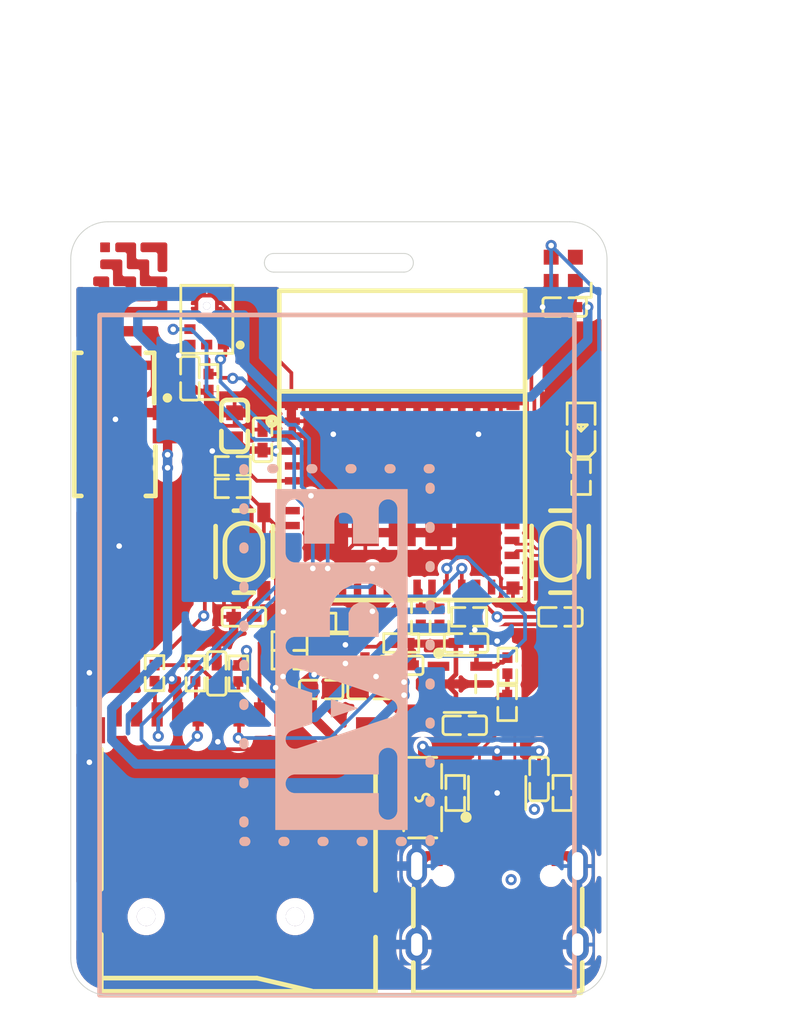
<source format=kicad_pcb>
(kicad_pcb (version 20241229) (generator "pcbnew") (generator_version "9.0")
  (layers (0 "F.Cu" signal) (2 "B.Cu" signal) (13 "F.Paste" user) (15 "B.Paste" user) (5 "F.SilkS" user "F.Silkscreen") (7 "B.SilkS" user "B.Silkscreen") (1 "F.Mask" user) (3 "B.Mask" user) (25 "Edge.Cuts" user))
  (net 0 "")
  (net 1 "mcu.esp32_c3.package.footprint.pins[26].net-net")
  (net 2 "mcu.esp32_c3.package.footprint.pins[21].net-net")
  (net 3 "mcu.esp32_c3.package.footprint.pins[6].net-net")
  (net 4 "-line-5")
  (net 5 "mcu.esp32_c3.package.footprint.pins[52].net-net")
  (net 6 "LR")
  (net 7 "mic.package.footprint.pins[0].net-net")
  (net 8 "-line-3")
  (net 9 "line-3")
  (net 10 "line-1")
  (net 11 "line-2")
  (net 12 "mcu.esp32_c3.package.footprint.pins[27].net-net")
  (net 13 "mcu.esp32_c3.package.footprint.pins[20].net-net")
  (net 14 "mcu.esp32_c3.package.footprint.pins[8].net-net")
  (net 15 "mcu.esp32_c3.package.footprint.pins[16].net-net")
  (net 16 "line-0")
  (net 17 "-line-2")
  (net 18 "mcu.esp32_c3.package.footprint.pins[25].net-net")
  (net 19 "mcu.esp32_c3.package.footprint.pins[50].net-net")
  (net 20 "-line-4")
  (net 21 "hv-0")
  (net 22 "mcu.esp32_c3.package.footprint.pins[33].net-net")
  (net 23 "output-1")
  (net 24 "mcu.esp32_c3.package.footprint.pins[1].net-net")
  (net 25 "mcu.esp32_c3.package.footprint.pins[17].net-net")
  (net 26 "-line-1")
  (net 27 "ADJ_NC")
  (net 28 "mcu.esp32_c3.package.footprint.pins[28].net-net")
  (net 29 "ILIM_VSET")
  (net 30 "DAT1")
  (net 31 "gnd")
  (net 32 "microsd.receptacle.receptacle.package.footprint.pins[0].net-net")
  (net 33 "hv-1")
  (net 34 "sd_clk")
  (net 35 "nCE")
  (net 36 "sd_miso")
  (net 37 "DAT2")
  (net 38 "GND")
  (net 39 "-hv-0")
  (net 40 "ISET")
  (net 41 "CD")
  (net 42 "STAT1")
  (net 43 "SYS")
  (net 44 "STAT2")
  (net 45 "-hv-1")
  (net 46 "output-0")
  (net 47 "sd_chip_select_1")
  (net 48 "line-5")
  (net 49 "line-4")
  (net 50 "anode")
  (net 51 "mcu-line")
  (net 52 "cathode")
  (net 53 "sd_mosi")
  (net 54 "DOUT")
  (net 55 "-line-0")
  (net 56 "TS_MR")
  (footprint "Samsung_Electro_Mechanics_CL05B104KO5NNNC:C0402" (layer "F.Cu") (at 141.927999 79.576771 180)
    (property "Reference" "C13" (hide yes))
    (property "Value" "100nF ±10% 16V X7R")
  )
  (footprint "SHOU_HAN_TYPE_C_16PIN_2MD_073:USB-C-SMD_TYPE-C-6PIN-2MD-073" (layer "F.Cu") (at 138.3 111.4)
    (property "Reference" "USB1" (hide yes))
    (property "Value" "")
  )
  (footprint "UNI_ROYAL_0402WGF1002TCE:R0402" (layer "F.Cu") (at 122.095315 99.234526 90)
    (property "Reference" "R16" (hide yes))
    (property "Value" "10kΩ ±1% 62.5mW")
  )
  (footprint "UNI_ROYAL_0402WGF1002TCE:R0402" (layer "F.Cu") (at 135.2 96.2 90)
    (property "Reference" "R2" (hide yes))
    (property "Value" "10kΩ ±1% 62.5mW")
  )
  (footprint "Samsung_Electro_Mechanics_CL05A105KA5NQNC:C0402" (layer "F.Cu") (at 136.636948 97.600075 180)
    (property "Reference" "C2" (hide yes))
    (property "Value" "1µF ±10% 25V X5R")
  )
  (footprint "Espressif_Systems_ESP32_C3_MINI_1_N4:WIFIM-SMD_ESP32-C3-MINI-1" (layer "F.Cu") (at 133.2 89.7)
    (property "Reference" "U2" (hide yes))
    (property "Value" "" (hide yes))
  )
  (footprint "Samsung_Electro_Mechanics_CL05A105KA5NQNC:C0402" (layer "F.Cu") (at 136.559698 102.016177)
    (property "Reference" "C1" (hide yes))
    (property "Value" "1µF ±10% 25V X5R")
  )
  (footprint "UNI_ROYAL_0402WGF1002TCE:R0402" (layer "F.Cu") (at 138.83855 100.823894 -90)
    (property "Reference" "R3" (hide yes))
    (property "Value" "10kΩ ±1% 62.5mW")
  )
  (footprint "UNI_ROYAL_0402WGF1002TCE:R0402" (layer "F.Cu") (at 119.9 99.21879 90)
    (property "Reference" "R14" (hide yes))
    (property "Value" "10kΩ ±1% 62.5mW")
  )
  (footprint "YAGEO_RC0402FR_0718KL:R0402" (layer "F.Cu") (at 127.15 97.5 180)
    (property "Reference" "R13" (hide yes))
    (property "Value" "18kΩ ±1% 62.5mW")
  )
  (footprint "Samsung_Electro_Mechanics_CL05A105KA5NQNC:C0402" (layer "F.Cu") (at 128.85 100.1)
    (property "Reference" "C11" (hide yes))
    (property "Value" "1µF ±10% 25V X5R")
  )
  (footprint "ALPSALPINE_SKRPACE010:KEY-SMD_4P-L4.2-W3.2-P2.20-LS4.6" (layer "F.Cu") (at 141.7 92.7 -90)
    (property "Reference" "SW1" (hide yes))
    (property "Value" "")
  )
  (footprint "Samsung_Electro_Mechanics_CL05B104KO5NNNC:C0402" (layer "F.Cu") (at 140.55 104.9 -90)
    (property "Reference" "C8" (hide yes))
    (property "Value" "100nF ±10% 16V X7R")
  )
  (footprint "Murata_Electronics_GRM155R60J106ME44D:C0402" (layer "F.Cu") (at 131.45 100.1 180)
    (property "Reference" "C10" (hide yes))
    (property "Value" "10µF ±20% 6.3V X5R")
  )
  (footprint "UNI_ROYAL_0402WGF1002TCE:R0402" (layer "F.Cu") (at 127.15 98.5 180)
    (property "Reference" "R11" (hide yes))
    (property "Value" "10kΩ ±1% 62.5mW")
  )
  (footprint "UNI_ROYAL_0402WGF1602TCE:R0402" (layer "F.Cu") (at 138.851172 98.817116 -90)
    (property "Reference" "R4" (hide yes))
    (property "Value" "16kΩ ±1% 62.5mW")
  )
  (footprint "UNI_ROYAL_0402WGF5101TCE:R0402" (layer "F.Cu") (at 141.8 105.65 90)
    (property "Reference" "R10" (hide yes))
    (property "Value" "5.1kΩ ±1% 62.5mW")
  )
  (footprint "ALPSALPINE_SKRPACE010:KEY-SMD_4P-L4.2-W3.2-P2.20-LS4.6" (layer "F.Cu") (at 124.7 92.7 90)
    (property "Reference" "SW2" (hide yes))
    (property "Value" "")
  )
  (footprint "UNI_ROYAL_0402WGF1002TCE:R0402" (layer "F.Cu") (at 134.2 96.2 90)
    (property "Reference" "R1" (hide yes))
    (property "Value" "10kΩ ±1% 62.5mW")
  )
  (footprint "Samsung_Electro_Mechanics_CL05A105KA5NQNC:C0402" (layer "F.Cu") (at 133.15 98.8)
    (property "Reference" "C9" (hide yes))
    (property "Value" "1µF ±10% 25V X5R")
  )
  (footprint "Samsung_Electro_Mechanics_CL05B104KO5NNNC:C0402" (layer "F.Cu") (at 141.7 96.2 180)
    (property "Reference" "C3" (hide yes))
    (property "Value" "100nF ±10% 16V X7R")
  )
  (footprint "UNI_ROYAL_0402WGF1002TCE:R0402" (layer "F.Cu") (at 136.8 96.2)
    (property "Reference" "R6" (hide yes))
    (property "Value" "10kΩ ±1% 62.5mW")
  )
  (footprint "Hubei_KENTO_Elec_KT_0603R:LED0603-RD" (layer "F.Cu") (at 142.808914 86.111203 90)
    (property "Reference" "LED3" (hide yes))
    (property "Value" "")
  )
  (footprint "UNI_ROYAL_0402WGF1002TCE:R0402" (layer "F.Cu") (at 124.1 89.3)
    (property "Reference" "R7" (hide yes))
    (property "Value" "10kΩ ±1% 62.5mW")
  )
  (footprint "UNI_ROYAL_0402WGF1002TCE:R0402" (layer "F.Cu") (at 128.7 96.5)
    (property "Reference" "R17" (hide yes))
    (property "Value" "10kΩ ±1% 62.5mW")
  )
  (footprint "TDK_InvenSense_ICS_43434:MIC-SMD_6P-L3.5-W2.7-P0.90-BL" (layer "F.Cu") (at 122.7 80.3 90)
    (property "Reference" "U3" (hide yes))
    (property "Value" "")
  )
  (footprint "Samsung_Electro_Mechanics_CL05B104KO5NNNC:C0402" (layer "F.Cu") (at 121.8 83.4 -90)
    (property "Reference" "C7" (hide yes))
    (property "Value" "100nF ±10% 16V X7R")
  )
  (footprint "OPSCO_Optoelectronics_SK6805_EC20:LED-SMD_4P-L2.0-W2.0-BR" (layer "F.Cu") (at 141.85 77.55)
    (property "Reference" "LED1" (hide yes))
    (property "Value" "")
  )
  (footprint "UNI_ROYAL_0402WGF5101TCE:R0402" (layer "F.Cu") (at 136.05 105.65 90)
    (property "Reference" "R9" (hide yes))
    (property "Value" "5.1kΩ ±1% 62.5mW")
  )
  (footprint "UNI_ROYAL_0402WGF1002TCE:R0402" (layer "F.Cu") (at 142.808914 88.691203 -90)
    (property "Reference" "R19" (hide yes))
    (property "Value" "10kΩ ±1% 62.5mW")
  )
  (footprint "Samsung_Electro_Mechanics_CL10A226MQ8NRNC:C0603" (layer "F.Cu") (at 124.2 85.95 90)
    (property "Reference" "C5" (hide yes))
    (property "Value" "22µF ±20% 6.3V X5R")
  )
  (footprint "UNI_ROYAL_0402WGF1002TCE:R0402" (layer "F.Cu") (at 124.1 88.1 180)
    (property "Reference" "R5" (hide yes))
    (property "Value" "10kΩ ±1% 62.5mW")
  )
  (footprint "BHFUSE_BSMD0805_050_15V:F0805" (layer "F.Cu") (at 134.3 105.9 90)
    (property "Reference" "F1" (hide yes))
    (property "Value" "")
  )
  (footprint "UNI_ROYAL_0402WGF1002TCE:R0402" (layer "F.Cu") (at 124.4 99.234526 90)
    (property "Reference" "R15" (hide yes))
    (property "Value" "10kΩ ±1% 62.5mW")
  )
  (footprint "Samsung_Electro_Mechanics_CL05B104KO5NNNC:C0402" (layer "F.Cu") (at 125.7 86.7 90)
    (property "Reference" "C6" (hide yes))
    (property "Value" "100nF ±10% 16V X7R")
  )
  (footprint "Samsung_Electro_Mechanics_CL05B104KO5NNNC:C0402" (layer "F.Cu") (at 123.24 99.2325 90)
    (property "Reference" "C12" (hide yes))
    (property "Value" "100nF ±10% 16V X7R")
  )
  (footprint "Korean_Hroparts_Elec_TF_01A:TF-SMD_TF-01A" (layer "F.Cu") (at 124.4 106.7125)
    (property "Reference" "Card1" (hide yes))
    (property "Value" "")
  )
  (footprint "UNI_ROYAL_0402WGF1002TCE:R0402" (layer "F.Cu") (at 133.15 97.6)
    (property "Reference" "R12" (hide yes))
    (property "Value" "10kΩ ±1% 62.5mW")
  )
  (footprint "BQ25185DLHR_BQ25185DLHR:WSON-10_L2.2-W2.0-P0.40-BL-EP_TI_DLH0010A" (layer "F.Cu") (at 130.15 98.2 90)
    (property "Reference" "U5" (hide yes))
    (property "Value" "")
  )
  (footprint "STMicroelectronics_USBLC6_2SC6:SOT-23-6_L2.9-W1.6-P0.95-LS2.8-BL" (layer "F.Cu") (at 138.3 105.65)
    (property "Reference" "D1" (hide yes))
    (property "Value" "")
  )
  (footprint "MOLEX_532610271:CONN-SMD_532610271" (layer "F.Cu") (at 119.15 85.87 90)
    (property "Reference" "U4" (hide yes))
    (property "Value" "")
  )
  (footprint "STMicroelectronics_LDK220M_R:SOT-23-5_L3.0-W1.7-P0.95-LS2.8-BL" (layer "F.Cu") (at 136.3 99.8 -90)
    (property "Reference" "U1" (hide yes))
    (property "Value" "")
  )
  (footprint "Samsung_Electro_Mechanics_CL05B104KO5NNNC:C0402" (layer "F.Cu") (at 124.7 96.2)
    (property "Reference" "C4" (hide yes))
    (property "Value" "100nF ±10% 16V X7R")
  )
  (footprint "atopile_Logo_4x4mm:atopile_Logo_4x4mm" (layer "F.Cu") (at 118.4325 78.067832)
    (property "Reference" "LOGO1" (hide yes))
    (property "Value" "" (hide yes))
  )
  (footprint "UNI_ROYAL_0402WGF1003TCE:R0402" (layer "F.Cu") (at 122.8 83.6 -90)
    (property "Reference" "R8" (hide yes))
    (property "Value" "100kΩ ±1% 62.5mW")
  )
  (footprint "EEMB_BATTERY_LP402535:EEMB_BATTERY_LP402535" (layer "B.Cu") (at 129.7 98.25 180)
    (property "Reference" "B1" (hide yes))
    (property "Value" "")
  )
  (gr_arc (start 142.2 75) (mid 143.614214 75.585786) (end 144.2 77) (stroke (width 0.05)) (layer "Edge.Cuts"))
  (gr_arc (start 133.8 77.2) (mid 133.653553 77.553553) (end 133.3 77.7) (stroke (width 0.05)) (layer "Edge.Cuts"))
  (gr_arc (start 144.2 114.5) (mid 143.614214 115.914214) (end 142.2 116.5) (stroke (width 0.05)) (layer "Edge.Cuts"))
  (gr_line (start 115.4 114.5) (end 115.4 77) (stroke (width 0.05)) (layer "Edge.Cuts"))
  (gr_line (start 126.3 76.7) (end 133.3 76.7) (stroke (width 0.05)) (layer "Edge.Cuts"))
  (gr_line (start 133.3 77.7) (end 126.3 77.7) (stroke (width 0.05)) (layer "Edge.Cuts"))
  (gr_arc (start 117.4 116.5) (mid 115.985786 115.914214) (end 115.4 114.5) (stroke (width 0.05)) (layer "Edge.Cuts"))
  (gr_line (start 142.2 116.5) (end 117.4 116.5) (stroke (width 0.05)) (layer "Edge.Cuts"))
  (gr_arc (start 126.3 77.7) (mid 125.946447 77.553553) (end 125.8 77.2) (stroke (width 0.05)) (layer "Edge.Cuts"))
  (gr_arc (start 133.3 76.7) (mid 133.653553 76.846447) (end 133.8 77.2) (stroke (width 0.05)) (layer "Edge.Cuts"))
  (gr_line (start 144.2 77) (end 144.2 114.5) (stroke (width 0.05)) (layer "Edge.Cuts"))
  (gr_arc (start 115.4 77) (mid 115.985786 75.585786) (end 117.4 75) (stroke (width 0.05)) (layer "Edge.Cuts"))
  (gr_arc (start 125.8 77.2) (mid 125.946447 76.846447) (end 126.3 76.7) (stroke (width 0.05)) (layer "Edge.Cuts"))
  (gr_line (start 117.4 75) (end 142.2 75) (stroke (width 0.05)) (layer "Edge.Cuts"))
  (via (at 139.05 110.3) (size 0.6) (drill 0.3) (layers "F.Cu" "B.Cu") (net 0))
  (via (at 140.3 106.525) (size 0.6) (drill 0.3) (layers "F.Cu" "B.Cu") (net 0))
  (segment (start 123.441466 82.372024) (end 123.46058 82.35291) (width 0.2) (layer "F.Cu") (net 4))
  (segment (start 123.7 82.171997) (end 123.7 81.67) (width 0.2) (layer "F.Cu") (net 4))
  (segment (start 127.3 89.7) (end 128.3 89.7) (width 0.2) (layer "F.Cu") (net 4))
  (segment (start 123.46058 82.35291) (end 123.519087 82.35291) (width 0.2) (layer "F.Cu") (net 4))
  (segment (start 123.519087 82.35291) (end 123.7 82.171997) (width 0.2) (layer "F.Cu") (net 4))
  (via (at 128.3 89.7) (size 0.6) (drill 0.3) (layers "F.Cu" "B.Cu") (net 4))
  (via (at 123.441466 82.372024) (size 0.6) (drill 0.3) (layers "F.Cu" "B.Cu") (net 4))
  (segment (start 126.145796 86.295739) (end 127.296739 86.295739) (width 0.2) (layer "B.Cu") (net 4))
  (segment (start 123.441466 83.591409) (end 126.145796 86.295739) (width 0.2) (layer "B.Cu") (net 4))
  (segment (start 127.296739 86.295739) (end 127.801 86.8) (width 0.2) (layer "B.Cu") (net 4))
  (segment (start 123.441466 82.372024) (end 123.441466 83.591409) (width 0.2) (layer "B.Cu") (net 4))
  (segment (start 127.801 89.201) (end 128.3 89.7) (width 0.2) (layer "B.Cu") (net 4))
  (segment (start 127.801 86.8) (end 127.801 89.201) (width 0.2) (layer "B.Cu") (net 4))
  (segment (start 128.4 94.6) (end 128.4 93.6) (width 0.2) (layer "F.Cu") (net 8))
  (segment (start 121.9 80.77) (end 120.9 80.77) (width 0.2) (layer "F.Cu") (net 8))
  (via (at 128.4 93.6) (size 0.6) (drill 0.3) (layers "F.Cu" "B.Cu") (net 8))
  (via (at 120.9 80.77) (size 0.6) (drill 0.3) (layers "F.Cu" "B.Cu") (net 8))
  (segment (start 127.4 87.1) (end 127.4 89.7) (width 0.2) (layer "B.Cu") (net 8))
  (segment (start 125.296739 86.696739) (end 126.996739 86.696739) (width 0.2) (layer "B.Cu") (net 8))
  (segment (start 122.689385 84.089385) (end 125.296739 86.696739) (width 0.2) (layer "B.Cu") (net 8))
  (segment (start 126.996739 86.696739) (end 127.4 87.1) (width 0.2) (layer "B.Cu") (net 8))
  (segment (start 127.4 89.7) (end 128.4 90.7) (width 0.2) (layer "B.Cu") (net 8))
  (segment (start 120.9 80.77) (end 121.87 80.77) (width 0.2) (layer "B.Cu") (net 8))
  (segment (start 121.87 80.77) (end 122.689385 81.589385) (width 0.2) (layer "B.Cu") (net 8))
  (segment (start 122.689385 81.589385) (end 122.689385 84.089385) (width 0.2) (layer "B.Cu") (net 8))
  (segment (start 128.4 90.7) (end 128.4 93.6) (width 0.2) (layer "B.Cu") (net 8))
  (segment (start 141.8 106.08) (end 140.05 107.83) (width 0.2) (layer "F.Cu") (net 10))
  (segment (start 140.05 107.83) (end 140.05 109.02) (width 0.2) (layer "F.Cu") (net 10))
  (segment (start 136.05 106.9671) (end 137.05 107.9671) (width 0.2) (layer "F.Cu") (net 16))
  (segment (start 136.05 106.08) (end 136.05 106.9671) (width 0.2) (layer "F.Cu") (net 16))
  (segment (start 137.05 107.9671) (end 137.05 109.02) (width 0.2) (layer "F.Cu") (net 16))
  (segment (start 134.8 95.37) (end 135.2 95.77) (width 0.2) (layer "F.Cu") (net 17))
  (segment (start 134.8 94.6) (end 134.8 95.37) (width 0.2) (layer "F.Cu") (net 17))
  (segment (start 123.486283 83.372674) (end 123.283609 83.17) (width 0.2) (layer "F.Cu") (net 20))
  (segment (start 129.2 94.6) (end 129.2 93.6) (width 0.2) (layer "F.Cu") (net 20))
  (segment (start 122.8 82.4) (end 122.8 83.17) (width 0.2) (layer "F.Cu") (net 20))
  (segment (start 123.283609 83.17) (end 122.9 83.17) (width 0.2) (layer "F.Cu") (net 20))
  (segment (start 124.072674 83.372674) (end 123.486283 83.372674) (width 0.2) (layer "F.Cu") (net 20))
  (segment (start 124.1 83.4) (end 124.072674 83.372674) (width 0.2) (layer "F.Cu") (net 20))
  (segment (start 122.7 82.3) (end 122.8 82.4) (width 0.2) (layer "F.Cu") (net 20))
  (segment (start 122.7 81.59) (end 122.7 82.3) (width 0.2) (layer "F.Cu") (net 20))
  (via (at 129.2 93.6) (size 0.6) (drill 0.3) (layers "F.Cu" "B.Cu") (net 20))
  (via (at 124.1 83.4) (size 0.6) (drill 0.3) (layers "F.Cu" "B.Cu") (net 20))
  (segment (start 124.1 83.4) (end 124.6 83.4) (width 0.2) (layer "B.Cu") (net 20))
  (segment (start 127.462839 85.894739) (end 128.202 86.6339) (width 0.2) (layer "B.Cu") (net 20))
  (segment (start 128.202 88.601) (end 129.2 89.599) (width 0.2) (layer "B.Cu") (net 20))
  (segment (start 129.2 89.599) (end 129.2 93.6) (width 0.2) (layer "B.Cu") (net 20))
  (segment (start 128.202 86.6339) (end 128.202 88.601) (width 0.2) (layer "B.Cu") (net 20))
  (segment (start 124.6 83.4) (end 127.094739 85.894739) (width 0.2) (layer "B.Cu") (net 20))
  (segment (start 127.094739 85.894739) (end 127.462839 85.894739) (width 0.2) (layer "B.Cu") (net 20))
  (segment (start 135.9 109.02) (end 135.9 109.598636) (width 0.2) (layer "F.Cu") (net 21))
  (segment (start 135.9 109.598636) (end 136.3 109.998636) (width 0.2) (layer "F.Cu") (net 21))
  (segment (start 137.3 111.15) (end 139.3 111.15) (width 0.5) (layer "F.Cu") (net 21))
  (segment (start 135.19 107.04) (end 134.3 107.04) (width 0.5) (layer "F.Cu") (net 21))
  (segment (start 140.7 109.598636) (end 140.3 109.998636) (width 0.2) (layer "F.Cu") (net 21))
  (segment (start 135.9 107.75) (end 135.19 107.04) (width 0.5) (layer "F.Cu") (net 21))
  (segment (start 140.3 110.15) (end 139.3 111.15) (width 0.5) (layer "F.Cu") (net 21))
  (segment (start 140.3 109.998636) (end 140.3 110.15) (width 0.2) (layer "F.Cu") (net 21))
  (segment (start 136.3 109.998636) (end 136.3 110.15) (width 0.2) (layer "F.Cu") (net 21))
  (segment (start 140.7 109.02) (end 140.7 109.598636) (width 0.2) (layer "F.Cu") (net 21))
  (segment (start 136.3 110.15) (end 137.3 111.15) (width 0.5) (layer "F.Cu") (net 21))
  (segment (start 135.9 109.02) (end 135.9 107.75) (width 0.5) (layer "F.Cu") (net 21))
  (segment (start 126.4 91.3) (end 127.3 91.3) (width 0.2) (layer "F.Cu") (net 23))
  (segment (start 125.25 95.45) (end 125.25 96.2) (width 0.2) (layer "F.Cu") (net 23))
  (segment (start 125.77 90.6) (end 125.77 94.8) (width 0.2) (layer "F.Cu") (net 23))
  (segment (start 125.77 90.47) (end 125.77 90.6) (width 0.2) (layer "F.Cu") (net 23))
  (segment (start 125.77 90.6) (end 125.77 90.67) (width 0.2) (layer "F.Cu") (net 23))
  (segment (start 124.6 89.3) (end 125.77 90.47) (width 0.2) (layer "F.Cu") (net 23))
  (segment (start 125.77 90.67) (end 126.4 91.3) (width 0.2) (layer "F.Cu") (net 23))
  (segment (start 125.77 94.93) (end 125.25 95.45) (width 0.2) (layer "F.Cu") (net 23))
  (segment (start 125.77 94.8) (end 125.77 94.93) (width 0.2) (layer "F.Cu") (net 23))
  (segment (start 124.53 89.3) (end 124.6 89.3) (width 0.2) (layer "F.Cu") (net 23))
  (segment (start 134.2 95.77) (end 134.2 94.8) (width 0.2) (layer "F.Cu") (net 26))
  (segment (start 134.2 94.8) (end 134 94.6) (width 0.2) (layer "F.Cu") (net 26))
  (segment (start 138.851172 100.381272) (end 138.83855 100.393894) (width 0.25) (layer "F.Cu") (net 27))
  (segment (start 138.476106 100.393894) (end 138.12 100.75) (width 0.25) (layer "F.Cu") (net 27))
  (segment (start 138.83855 100.393894) (end 138.476106 100.393894) (width 0.25) (layer "F.Cu") (net 27))
  (segment (start 138.12 100.75) (end 137.45 100.75) (width 0.25) (layer "F.Cu") (net 27))
  (segment (start 138.851172 99.247116) (end 138.851172 100.381272) (width 0.25) (layer "F.Cu") (net 27))
  (segment (start 128.25 97.8) (end 127.95 97.5) (width 0.2) (layer "F.Cu") (net 29))
  (segment (start 129.1 97.8) (end 128.25 97.8) (width 0.2) (layer "F.Cu") (net 29))
  (segment (start 127.95 97.5) (end 127.58 97.5) (width 0.2) (layer "F.Cu") (net 29))
  (segment (start 122.149 79.929) (end 122.149 79.111) (width 0.2) (layer "F.Cu") (net 31))
  (segment (start 140.74 79.576771) (end 141.377999 79.576771) (width 0.2) (layer "F.Cu") (net 31))
  (segment (start 141.2 76.274239) (end 141.2 76.9) (width 0.2) (layer "F.Cu") (net 31))
  (segment (start 130 94.6) (end 130 92.9) (width 0.2) (layer "F.Cu") (net 31))
  (segment (start 135.15 99.8) (end 135.57 99.8) (width 0.25) (layer "F.Cu") (net 31))
  (segment (start 123.21 79.07) (end 123.77 79.63) (width 0.2) (layer "F.Cu") (net 31))
  (segment (start 138.83855 101.33145) (end 138.153823 102.016177) (width 0.25) (layer "F.Cu") (net 31))
  (segment (start 123.15 80.02) (end 123.07 80.1) (width 0.2) (layer "F.Cu") (net 31))
  (segment (start 123.21 79.07) (end 123.251 79.111) (width 0.2) (layer "F.Cu") (net 31))
  (segment (start 121.14 99.84) (end 121.14 101.4325) (width 0.2) (layer "F.Cu") (net 31))
  (segment (start 142.25 95.45) (end 142.25 96.2) (width 0.2) (layer "F.Cu") (net 31))
  (segment (start 129.13 96.5) (end 130.15 97.52) (width 0.2) (layer "F.Cu") (net 31))
  (segment (start 135.1 109.02) (end 134.53 109.02) (width 0.5) (layer "F.Cu") (net 31))
  (segment (start 126.3235 103.301) (end 123.701 103.301) (width 0.2) (layer "F.Cu") (net 31))
  (segment (start 120.825735 99.525735) (end 121.14 99.84) (width 0.2) (layer "F.Cu") (net 31))
  (segment (start 126.7595 100) (end 127.4 100.6405) (width 0.2) (layer "F.Cu") (net 31))
  (segment (start 123.38 80.02) (end 123.77 79.63) (width 0.2) (layer "F.Cu") (net 31))
  (segment (start 123.251 79.111) (end 123.251 79.919) (width 0.2) (layer "F.Cu") (net 31))
  (segment (start 138.3 105.65) (end 138.3 106.8) (width 0.53) (layer "F.Cu") (net 31))
  (segment (start 136.086948 99.283052) (end 136.086948 97.600075) (width 0.25) (layer "F.Cu") (net 31))
  (segment (start 126.4 100) (end 126.7595 100) (width 0.2) (layer "F.Cu") (net 31))
  (segment (start 123.099 78.959) (end 123.21 79.07) (width 0.2) (layer "F.Cu") (net 31))
  (segment (start 135.57 99.8) (end 136.086948 99.283052) (width 0.25) (layer "F.Cu") (net 31))
  (segment (start 122.32 80.1) (end 122.19 79.97) (width 0.2) (layer "F.Cu") (net 31))
  (segment (start 122.25 79.01) (end 122.301 78.959) (width 0.2) (layer "F.Cu") (net 31))
  (segment (start 123.701 103.301) (end 123.3 102.9) (width 0.2) (layer "F.Cu") (net 31))
  (segment (start 138.83855 101.253894) (end 138.83855 101.33145) (width 0.25) (layer "F.Cu") (net 31))
  (segment (start 136.086948 100.936948) (end 136.086948 100.316948) (width 0.25) (layer "F.Cu") (net 31))
  (segment (start 123.77 79.63) (end 127.25 83.11) (width 0.2) (layer "F.Cu") (net 31))
  (segment (start 135.15 99.8) (end 135.57 99.8) (width 0.25) (layer "F.Cu") (net 31))
  (segment (start 141.5 109.02) (end 142.07 109.02) (width 0.5) (layer "F.Cu") (net 31))
  (segment (start 142.77 94.8) (end 142.77 94.93) (width 0.2) (layer "F.Cu") (net 31))
  (segment (start 123.63 94.8) (end 123.63 94.93) (width 0.2) (layer "F.Cu") (net 31))
  (segment (start 131.22 87.72) (end 130.4 86.9) (width 0.2) (layer "F.Cu") (net 31))
  (segment (start 142.77 94.93) (end 142.25 95.45) (width 0.2) (layer "F.Cu") (net 31))
  (segment (start 123.07 80.1) (end 122.32 80.1) (width 0.2) (layer "F.Cu") (net 31))
  (segment (start 130 92.9) (end 131.22 91.68) (width 0.2) (layer "F.Cu") (net 31))
  (segment (start 142.07 109.02) (end 142.62 109.57) (width 0.5) (layer "F.Cu") (net 31))
  (segment (start 137.109698 102.016177) (end 137.109698 101.959698) (width 0.25) (layer "F.Cu") (net 31))
  (segment (start 123.251 79.919) (end 123.15 80.02) (width 0.2) (layer "F.Cu") (net 31))
  (segment (start 127.4 100.6405) (end 127.4 102.2245) (width 0.2) (layer "F.Cu") (net 31))
  (segment (start 138.153823 102.016177) (end 137.109698 102.016177) (width 0.25) (layer "F.Cu") (net 31))
  (segment (start 130.15 97.52) (end 130.15 97.7) (width 0.2) (layer "F.Cu") (net 31))
  (segment (start 123.15 80.02) (end 123.38 80.02) (width 0.2) (layer "F.Cu") (net 31))
  (segment (start 123.63 94.93) (end 124.15 95.45) (width 0.2) (layer "F.Cu") (net 31))
  (segment (start 137.109698 101.959698) (end 136.086948 100.936948) (width 0.25) (layer "F.Cu") (net 31))
  (segment (start 124.15 95.45) (end 124.15 96.2) (width 0.2) (layer "F.Cu") (net 31))
  (segment (start 127.25 83.11) (end 127.25 84.75) (width 0.2) (layer "F.Cu") (net 31))
  (segment (start 127.4 102.2245) (end 126.3235 103.301) (width 0.2) (layer "F.Cu") (net 31))
  (segment (start 136.086948 100.316948) (end 135.57 99.8) (width 0.25) (layer "F.Cu") (net 31))
  (segment (start 141.199927 76.274166) (end 141.2 76.274239) (width 0.2) (layer "F.Cu") (net 31))
  (segment (start 134.53 109.02) (end 133.98 109.57) (width 0.5) (layer "F.Cu") (net 31))
  (segment (start 122.301 78.959) (end 123.099 78.959) (width 0.2) (layer "F.Cu") (net 31))
  (segment (start 122.149 79.111) (end 122.25 79.01) (width 0.2) (layer "F.Cu") (net 31))
  (segment (start 122.19 79.97) (end 122.149 79.929) (width 0.2) (layer "F.Cu") (net 31))
  (via (at 130.15 97.7) (size 0.5) (drill 0.3) (layers "F.Cu" "B.Cu") (net 31))
  (via (at 140.74 79.576771) (size 0.6) (drill 0.3) (layers "F.Cu" "B.Cu") (net 31))
  (via (at 129.5 86.4) (size 0.6) (drill 0.3) (layers "F.Cu" "B.Cu") (net 31))
  (via (at 126.4 100) (size 0.6) (drill 0.3) (layers "F.Cu" "B.Cu") (net 31))
  (via (at 126.824972 95.924972) (size 0.6) (drill 0.3) (layers "F.Cu" "B.Cu") (net 31))
  (via (at 141.199927 76.274166) (size 0.6) (drill 0.3) (layers "F.Cu" "B.Cu") (net 31))
  (via (at 131.6 95.9) (size 0.6) (drill 0.3) (layers "F.Cu" "B.Cu") (net 31))
  (via (at 117.8 85.6) (size 0.6) (drill 0.3) (layers "F.Cu" "B.Cu") (net 31))
  (via (at 126.8 99.4) (size 0.6) (drill 0.3) (layers "F.Cu" "B.Cu") (net 31))
  (via (at 118 92.4) (size 0.6) (drill 0.3) (layers "F.Cu" "B.Cu") (net 31))
  (via (at 116.4 104) (size 0.6) (drill 0.3) (layers "F.Cu" "B.Cu") (net 31))
  (via (at 123.3 102.9) (size 0.6) (drill 0.3) (layers "F.Cu" "B.Cu") (net 31))
  (via (at 138.3 105.65) (size 0.6) (drill 0.3) (layers "F.Cu" "B.Cu") (net 31))
  (via (at 120.825735 99.525735) (size 0.6) (drill 0.3) (layers "F.Cu" "B.Cu") (net 31))
  (via (at 116.4 99.2) (size 0.6) (drill 0.3) (layers "F.Cu" "B.Cu") (net 31))
  (via (at 137.3 86.4) (size 0.6) (drill 0.3) (layers "F.Cu" "B.Cu") (net 31))
  (via (at 130.15 98.7) (size 0.5) (drill 0.3) (layers "F.Cu" "B.Cu") (net 31))
  (segment (start 143.771 78.845239) (end 143.771 82.029) (width 0.2) (layer "B.Cu") (net 31))
  (segment (start 141.199927 76.274166) (end 143.771 78.845239) (width 0.2) (layer "B.Cu") (net 31))
  (segment (start 141.199927 76.274166) (end 141.199927 79.116844) (width 0.2) (layer "B.Cu") (net 31))
  (segment (start 139.4 86.4) (end 137.3 86.4) (width 0.2) (layer "B.Cu") (net 31))
  (segment (start 143.771 82.029) (end 139.4 86.4) (width 0.2) (layer "B.Cu") (net 31))
  (segment (start 141.199927 79.116844) (end 140.74 79.576771) (width 0.2) (layer "B.Cu") (net 31))
  (segment (start 122.6 96.08879) (end 122.544395 96.144395) (width 0.2) (layer "F.Cu") (net 33))
  (segment (start 138.433884 98.636116) (end 138.22 98.85) (width 0.25) (layer "F.Cu") (net 33))
  (segment (start 121.91 81.59) (end 121.91 82.17) (width 0.2) (layer "F.Cu") (net 33))
  (segment (start 137.1 96.8) (end 137.1 97) (width 0.2) (layer "F.Cu") (net 33))
  (segment (start 137.23 96.2) (end 137.23 96.67) (width 0.2) (layer "F.Cu") (net 33))
  (segment (start 138.199925 97.600075) (end 137.186948 97.600075) (width 0.2) (layer "F.Cu") (net 33))
  (segment (start 125.7 87.25) (end 124.8 87.25) (width 0.4) (layer "F.Cu") (net 33))
  (segment (start 123.22 99.9625) (end 123.315454 99.867046) (width 0.2) (layer "F.Cu") (net 33))
  (segment (start 127.3 87.3) (end 125.75 87.3) (width 0.4) (layer "F.Cu") (net 33))
  (segment (start 137.45 98.85) (end 137.186948 98.85) (width 0.25) (layer "F.Cu") (net 33))
  (segment (start 123.67 87.3) (end 123.67 87.18) (width 0.2) (layer "F.Cu") (net 33))
  (segment (start 123.67 87.18) (end 124.2 86.65) (width 0.2) (layer "F.Cu") (net 33))
  (segment (start 121.8 82.17) (end 121.8 82.85) (width 0.2) (layer "F.Cu") (net 33))
  (segment (start 122.6 87.7) (end 122.6 96.08879) (width 0.2) (layer "F.Cu") (net 33))
  (segment (start 121.91 82.17) (end 121.2 82.17) (width 0.2) (layer "F.Cu") (net 33))
  (segment (start 137.186948 97.086948) (end 137.186948 97.600075) (width 0.2) (layer "F.Cu") (net 33))
  (segment (start 123.3 99.8) (end 123.3 99.749714) (width 0.2) (layer "F.Cu") (net 33))
  (segment (start 142.477999 79.576771) (end 142.477999 78.222001) (width 0.2) (layer "F.Cu") (net 33))
  (segment (start 138.22 98.85) (end 137.45 98.85) (width 0.25) (layer "F.Cu") (net 33))
  (segment (start 135.37 96.8) (end 135.2 96.63) (width 0.2) (layer "F.Cu") (net 33))
  (segment (start 123 87.3) (end 122.6 87.7) (width 0.2) (layer "F.Cu") (net 33))
  (segment (start 123.22 101.785) (end 123.22 99.9625) (width 0.2) (layer "F.Cu") (net 33))
  (segment (start 123.3 99.749714) (end 124.839804 98.20991) (width 0.2) (layer "F.Cu") (net 33))
  (segment (start 134.2 96.63) (end 135.2 96.63) (width 0.2) (layer "F.Cu") (net 33))
  (segment (start 142.477999 78.222001) (end 142.5 78.2) (width 0.2) (layer "F.Cu") (net 33))
  (segment (start 143.17 79.576771) (end 142.477999 79.576771) (width 0.2) (layer "F.Cu") (net 33))
  (segment (start 123.67 87.3) (end 123 87.3) (width 0.2) (layer "F.Cu") (net 33))
  (segment (start 123.67 89.3) (end 123.67 88.1) (width 0.2) (layer "F.Cu") (net 33))
  (segment (start 123.315454 99.867046) (end 122.370907 98.9225) (width 0.2) (layer "F.Cu") (net 33))
  (segment (start 124.839804 98.20991) (end 124.839804 98.006858) (width 0.2) (layer "F.Cu") (net 33))
  (segment (start 138.3 97.5) (end 138.199925 97.600075) (width 0.2) (layer "F.Cu") (net 33))
  (segment (start 123.67 88.1) (end 123.67 87.3) (width 0.2) (layer "F.Cu") (net 33))
  (segment (start 137.23 96.67) (end 137.1 96.8) (width 0.2) (layer "F.Cu") (net 33))
  (segment (start 122.544395 96.144395) (end 119.9 98.78879) (width 0.2) (layer "F.Cu") (net 33))
  (segment (start 122.079579 98.78879) (end 122.095315 98.804526) (width 0.2) (layer "F.Cu") (net 33))
  (segment (start 119.9 98.78879) (end 122.079579 98.78879) (width 0.2) (layer "F.Cu") (net 33))
  (segment (start 138.602172 98.636116) (end 138.433884 98.636116) (width 0.25) (layer "F.Cu") (net 33))
  (segment (start 138.851172 98.387116) (end 138.602172 98.636116) (width 0.25) (layer "F.Cu") (net 33))
  (segment (start 137.186948 98.85) (end 137.186948 97.600075) (width 0.25) (layer "F.Cu") (net 33))
  (segment (start 137.1 97) (end 137.186948 97.086948) (width 0.2) (layer "F.Cu") (net 33))
  (segment (start 124.8 87.25) (end 124.2 86.65) (width 0.4) (layer "F.Cu") (net 33))
  (segment (start 125.75 87.3) (end 125.7 87.25) (width 0.4) (layer "F.Cu") (net 33))
  (segment (start 137.1 96.8) (end 135.37 96.8) (width 0.2) (layer "F.Cu") (net 33))
  (via (at 137.1 96.9) (size 0.6) (drill 0.3) (layers "F.Cu" "B.Cu") (net 33))
  (via (at 121.2 82.17) (size 0.6) (drill 0.3) (layers "F.Cu" "B.Cu") (net 33))
  (via (at 122.544395 96.144395) (size 0.6) (drill 0.3) (layers "F.Cu" "B.Cu") (net 33))
  (via (at 123 87.3) (size 0.6) (drill 0.3) (layers "F.Cu" "B.Cu") (net 33))
  (via (at 138.3 97.5) (size 0.6) (drill 0.3) (layers "F.Cu" "B.Cu") (net 33))
  (via (at 126.437008 87.297739) (size 0.6) (drill 0.3) (layers "F.Cu" "B.Cu") (net 33))
  (via (at 124.839804 98.006858) (size 0.6) (drill 0.3) (layers "F.Cu" "B.Cu") (net 33))
  (via (at 143.17 79.576771) (size 0.6) (drill 0.3) (layers "F.Cu" "B.Cu") (net 33))
  (segment (start 123.201364 80) (end 124.7 80) (width 0.5) (layer "B.Cu") (net 33))
  (segment (start 126.9 101.6) (end 128.5 101.6) (width 0.5) (layer "B.Cu") (net 33))
  (segment (start 143.17 81.344454) (end 143.17 79.576771) (width 0.5) (layer "B.Cu") (net 33))
  (segment (start 124.839804 99.539804) (end 126.9 101.6) (width 0.5) (layer "B.Cu") (net 33))
  (segment (start 128.5 101.6) (end 133.3 96.8) (width 0.5) (layer "B.Cu") (net 33))
  (segment (start 122.990364 80.211) (end 123.201364 80) (width 0.5) (layer "B.Cu") (net 33))
  (segment (start 119.1 80) (end 122.198636 80) (width 0.5) (layer "B.Cu") (net 33))
  (segment (start 133.3 96.8) (end 137 96.8) (width 0.5) (layer "B.Cu") (net 33))
  (segment (start 124.7 80) (end 124.7 82.6) (width 0.5) (layer "B.Cu") (net 33))
  (segment (start 124.839804 98.006858) (end 124.839804 99.539804) (width 0.5) (layer "B.Cu") (net 33))
  (segment (start 126.5 84.4) (end 140.114454 84.4) (width 0.5) (layer "B.Cu") (net 33))
  (segment (start 119 80.1) (end 119.1 80) (width 0.5) (layer "B.Cu") (net 33))
  (segment (start 124.7 82.6) (end 126.5 84.4) (width 0.5) (layer "B.Cu") (net 33))
  (segment (start 137 96.8) (end 137.1 96.9) (width 0.5) (layer "B.Cu") (net 33))
  (segment (start 122.409636 80.211) (end 122.990364 80.211) (width 0.5) (layer "B.Cu") (net 33))
  (segment (start 119 81) (end 119 80.1) (width 0.5) (layer "B.Cu") (net 33))
  (segment (start 140.114454 84.4) (end 143.17 81.344454) (width 0.5) (layer "B.Cu") (net 33))
  (segment (start 121.2 82.17) (end 120.17 82.17) (width 0.5) (layer "B.Cu") (net 33))
  (segment (start 122.198636 80) (end 122.409636 80.211) (width 0.5) (layer "B.Cu") (net 33))
  (segment (start 120.17 82.17) (end 119 81) (width 0.5) (layer "B.Cu") (net 33))
  (segment (start 122.12 99.8225) (end 122.08 99.7825) (width 0.2) (layer "F.Cu") (net 34))
  (segment (start 122.2 101.2) (end 122.2 102.6) (width 0.2) (layer "F.Cu") (net 34))
  (segment (start 131.6 94.6) (end 131.6 93.6) (width 0.2) (layer "F.Cu") (net 34))
  (segment (start 122.12 101.785) (end 122.12 99.8225) (width 0.2) (layer "F.Cu") (net 34))
  (via (at 131.6 93.6) (size 0.6) (drill 0.3) (layers "F.Cu" "B.Cu") (net 34))
  (via (at 122.2 102.6) (size 0.6) (drill 0.3) (layers "F.Cu" "B.Cu") (net 34))
  (segment (start 122.2 102.6) (end 121.6 103.2) (width 0.2) (layer "B.Cu") (net 34))
  (segment (start 126.380327 94.6) (end 131.4 94.6) (width 0.2) (layer "B.Cu") (net 34))
  (segment (start 121.599 99.602413) (end 121.599 99.381327) (width 0.2) (layer "B.Cu") (net 34))
  (segment (start 131.6 94.4) (end 131.6 93.6) (width 0.2) (layer "B.Cu") (net 34))
  (segment (start 119.2 102.8) (end 119.2 102.001413) (width 0.2) (layer "B.Cu") (net 34))
  (segment (start 119.2 102.001413) (end 121.599 99.602413) (width 0.2) (layer "B.Cu") (net 34))
  (segment (start 119.6 103.2) (end 119.2 102.8) (width 0.2) (layer "B.Cu") (net 34))
  (segment (start 131.4 94.6) (end 131.6 94.4) (width 0.2) (layer "B.Cu") (net 34))
  (segment (start 121.599 99.381327) (end 126.380327 94.6) (width 0.2) (layer "B.Cu") (net 34))
  (segment (start 121.6 103.2) (end 119.6 103.2) (width 0.2) (layer "B.Cu") (net 34))
  (segment (start 132.049 97.6) (end 131.849 97.8) (width 0.2) (layer "F.Cu") (net 35))
  (segment (start 131.849 97.8) (end 131.2 97.8) (width 0.2) (layer "F.Cu") (net 35))
  (segment (start 132.72 97.6) (end 132.049 97.6) (width 0.2) (layer "F.Cu") (net 35))
  (segment (start 119.92 101.785) (end 119.92 99.8225) (width 0.2) (layer "F.Cu") (net 36))
  (segment (start 119.92 99.8225) (end 119.88 99.7825) (width 0.2) (layer "F.Cu") (net 36))
  (segment (start 120.086663 101.113337) (end 120.086663 102.386663) (width 0.2) (layer "F.Cu") (net 36))
  (segment (start 120.1 102.6) (end 120.1 101.4925) (width 0.2) (layer "F.Cu") (net 36))
  (segment (start 136.4 94.6) (end 136.4 96.17) (width 0.2) (layer "F.Cu") (net 36))
  (segment (start 120.1 101.4925) (end 120.04 101.4325) (width 0.2) (layer "F.Cu") (net 36))
  (segment (start 136.4 96.17) (end 136.37 96.2) (width 0.2) (layer "F.Cu") (net 36))
  (segment (start 120.1 101.1) (end 120.086663 101.113337) (width 0.2) (layer "F.Cu") (net 36))
  (segment (start 120.086663 102.386663) (end 120.1 102.4) (width 0.2) (layer "F.Cu") (net 36))
  (segment (start 136.4 94.6) (end 136.4 93.6) (width 0.2) (layer "F.Cu") (net 36))
  (via (at 120.1 102.6) (size 0.6) (drill 0.3) (layers "F.Cu" "B.Cu") (net 36))
  (via (at 136.4 93.6) (size 0.6) (drill 0.3) (layers "F.Cu" "B.Cu") (net 36))
  (segment (start 122 99.768513) (end 122 99.547427) (width 0.2) (layer "B.Cu") (net 36))
  (segment (start 122 99.547427) (end 126.447427 95.1) (width 0.2) (layer "B.Cu") (net 36))
  (segment (start 126.447427 95.1) (end 134.949943 95.1) (width 0.2) (layer "B.Cu") (net 36))
  (segment (start 136.4 93.649943) (end 136.4 93.6) (width 0.2) (layer "B.Cu") (net 36))
  (segment (start 134.949943 95.1) (end 136.4 93.649943) (width 0.2) (layer "B.Cu") (net 36))
  (segment (start 120.1 101.668513) (end 122 99.768513) (width 0.2) (layer "B.Cu") (net 36))
  (segment (start 120.1 102.6) (end 120.1 101.668513) (width 0.2) (layer "B.Cu") (net 36))
  (segment (start 131.2 98.6) (end 131.85 98.6) (width 0.2) (layer "F.Cu") (net 39))
  (segment (start 132.6 99.007362) (end 133.292638 99.7) (width 0.5) (layer "F.Cu") (net 39))
  (segment (start 133.3 99.7) (end 133.3 100.4) (width 0.5) (layer "F.Cu") (net 39))
  (segment (start 120.6 88.2) (end 120.6 86.49) (width 0.5) (layer "F.Cu") (net 39))
  (segment (start 132.6 98.8) (end 132.6 99.007362) (width 0.5) (layer "F.Cu") (net 39))
  (segment (start 133.292638 99.7) (end 133.3 99.7) (width 0.5) (layer "F.Cu") (net 39))
  (segment (start 131.85 98.6) (end 132.05 98.8) (width 0.2) (layer "F.Cu") (net 39))
  (segment (start 132.05 98.8) (end 132.6 98.8) (width 0.2) (layer "F.Cu") (net 39))
  (via (at 120.6 87.5) (size 0.6) (drill 0.3) (layers "F.Cu" "B.Cu") (net 39))
  (via (at 120.6 88.2) (size 0.6) (drill 0.3) (layers "F.Cu" "B.Cu") (net 39))
  (via (at 133.3 100.4) (size 0.6) (drill 0.3) (layers "F.Cu" "B.Cu") (net 39))
  (via (at 133.3 99.7) (size 0.6) (drill 0.3) (layers "F.Cu" "B.Cu") (net 39))
  (segment (start 120.6 98.1) (end 120.6 87.5) (width 0.5) (layer "B.Cu") (net 39))
  (segment (start 133.3 99.7) (end 133.3 100.4) (width 0.5) (layer "B.Cu") (net 39))
  (segment (start 117.6 101.1) (end 120.6 98.1) (width 0.5) (layer "B.Cu") (net 39))
  (segment (start 118.9 104.1) (end 117.6 102.8) (width 0.5) (layer "B.Cu") (net 39))
  (segment (start 133.3 100.4) (end 129.6 104.1) (width 0.5) (layer "B.Cu") (net 39))
  (segment (start 117.6 102.8) (end 117.6 101.1) (width 0.5) (layer "B.Cu") (net 39))
  (segment (start 129.6 104.1) (end 118.9 104.1) (width 0.5) (layer "B.Cu") (net 39))
  (segment (start 127.95 98.5) (end 127.58 98.5) (width 0.2) (layer "F.Cu") (net 40))
  (segment (start 129.1 98.2) (end 128.25 98.2) (width 0.2) (layer "F.Cu") (net 40))
  (segment (start 128.25 98.2) (end 127.95 98.5) (width 0.2) (layer "F.Cu") (net 40))
  (segment (start 132.988925 101.151) (end 134.749 101.151) (width 0.5) (layer "F.Cu") (net 43))
  (segment (start 134.8 100.75) (end 135.15 100.75) (width 0.25) (layer "F.Cu") (net 43))
  (segment (start 135.15 98.85) (end 134.815 98.85) (width 0.25) (layer "F.Cu") (net 43))
  (segment (start 132.075 99.475) (end 132.075 100.1) (width 0.2) (layer "F.Cu") (net 43))
  (segment (start 134.06 100.01) (end 134.8 100.75) (width 0.25) (layer "F.Cu") (net 43))
  (segment (start 131.6 99) (end 132.075 99.475) (width 0.2) (layer "F.Cu") (net 43))
  (segment (start 134.749 101.151) (end 135.15 100.75) (width 0.5) (layer "F.Cu") (net 43))
  (segment (start 135.15 101.156479) (end 136.009698 102.016177) (width 0.25) (layer "F.Cu") (net 43))
  (segment (start 132.075 100.1) (end 132.075 100.237075) (width 0.5) (layer "F.Cu") (net 43))
  (segment (start 132.075 100.237075) (end 132.988925 101.151) (width 0.5) (layer "F.Cu") (net 43))
  (segment (start 134.06 99.61) (end 134.06 100.01) (width 0.25) (layer "F.Cu") (net 43))
  (segment (start 134.26 99.405) (end 134.26 99.41) (width 0.25) (layer "F.Cu") (net 43))
  (segment (start 135.15 100.75) (end 135.15 101.156479) (width 0.25) (layer "F.Cu") (net 43))
  (segment (start 134.26 99.41) (end 134.06 99.61) (width 0.25) (layer "F.Cu") (net 43))
  (segment (start 131.275 99) (end 131.6 99) (width 0.2) (layer "F.Cu") (net 43))
  (segment (start 134.815 98.85) (end 134.26 99.405) (width 0.25) (layer "F.Cu") (net 43))
  (via (at 131.796961 99.4) (size 0.6) (drill 0.3) (layers "F.Cu" "B.Cu") (net 43))
  (segment (start 128.375 101.5395) (end 131.5955 104.76) (width 0.5) (layer "F.Cu") (net 45))
  (segment (start 131.5955 104.76) (end 134.3 104.76) (width 0.5) (layer "F.Cu") (net 45))
  (segment (start 129.175 99) (end 128.769881 99) (width 0.2) (layer "F.Cu") (net 45))
  (segment (start 138.3 103.4) (end 138.3 104.5) (width 0.53) (layer "F.Cu") (net 45))
  (segment (start 134.3 103.15) (end 134.3 104.76) (width 0.5) (layer "F.Cu") (net 45))
  (segment (start 140.55 104.35) (end 140.55 103.4) (width 0.2) (layer "F.Cu") (net 45))
  (segment (start 128.465903 99.303978) (end 128.471656 99.298225) (width 0.2) (layer "F.Cu") (net 45))
  (segment (start 128.375 100.1) (end 128.375 101.5395) (width 0.5) (layer "F.Cu") (net 45))
  (segment (start 128.769881 99) (end 128.471656 99.298225) (width 0.2) (layer "F.Cu") (net 45))
  (segment (start 128.471656 99.298225) (end 128.471656 100.003344) (width 0.2) (layer "F.Cu") (net 45))
  (segment (start 128.471656 100.003344) (end 128.375 100.1) (width 0.2) (layer "F.Cu") (net 45))
  (via (at 134.3 103.15) (size 0.6) (drill 0.3) (layers "F.Cu" "B.Cu") (net 45))
  (via (at 138.3 103.4) (size 0.6) (drill 0.3) (layers "F.Cu" "B.Cu") (net 45))
  (via (at 128.471656 99.298225) (size 0.6) (drill 0.3) (layers "F.Cu" "B.Cu") (net 45))
  (via (at 140.55 103.4) (size 0.6) (drill 0.3) (layers "F.Cu" "B.Cu") (net 45))
  (segment (start 134.55 103.4) (end 134.3 103.15) (width 0.5) (layer "B.Cu") (net 45))
  (segment (start 138.3 103.4) (end 140.55 103.4) (width 0.5) (layer "B.Cu") (net 45))
  (segment (start 138.3 103.4) (end 134.55 103.4) (width 0.5) (layer "B.Cu") (net 45))
  (segment (start 137.2 94.6) (end 137.2 95.1) (width 0.2) (layer "F.Cu") (net 46))
  (segment (start 141.15 95.45) (end 141.15 96.2) (width 0.2) (layer "F.Cu") (net 46))
  (segment (start 140.63 94.8) (end 140.63 94.93) (width 0.2) (layer "F.Cu") (net 46))
  (segment (start 140.63 94.93) (end 141.15 95.45) (width 0.2) (layer "F.Cu") (net 46))
  (segment (start 138.3 96.2) (end 141.15 96.2) (width 0.2) (layer "F.Cu") (net 46))
  (segment (start 137.2 95.1) (end 138.3 96.2) (width 0.2) (layer "F.Cu") (net 46))
  (via (at 138.3 96.2) (size 0.6) (drill 0.3) (layers "F.Cu" "B.Cu") (net 46))
  (segment (start 126.238 96.9) (end 125.54 97.598) (width 0.2) (layer "F.Cu") (net 47))
  (segment (start 125.54 97.598) (end 125.54 101.4325) (width 0.2) (layer "F.Cu") (net 47))
  (segment (start 130.91375 96.81375) (end 130 95.9) (width 0.2) (layer "F.Cu") (net 47))
  (segment (start 131.61375 96.81375) (end 130.91375 96.81375) (width 0.2) (layer "F.Cu") (net 47))
  (segment (start 130 95.9) (end 127.698474 95.9) (width 0.2) (layer "F.Cu") (net 47))
  (segment (start 127.698474 95.9) (end 126.698473 96.9) (width 0.2) (layer "F.Cu") (net 47))
  (segment (start 133.2 94.6) (end 133.2 95.2275) (width 0.2) (layer "F.Cu") (net 47))
  (segment (start 126.698473 96.9) (end 126.238 96.9) (width 0.2) (layer "F.Cu") (net 47))
  (segment (start 133.2 95.2275) (end 131.61375 96.81375) (width 0.2) (layer "F.Cu") (net 47))
  (segment (start 139.25 106.8) (end 139.25 107.95) (width 0.2) (layer "F.Cu") (net 48))
  (segment (start 140.4 92.549) (end 140.151 92.3) (width 0.15) (layer "F.Cu") (net 48))
  (segment (start 138.05 109.02) (end 138.05 108.15) (width 0.2) (layer "F.Cu") (net 48))
  (segment (start 138.8 107.9) (end 139.05 108.15) (width 0.2) (layer "F.Cu") (net 48))
  (segment (start 140.151 92.3) (end 139.3 92.3) (width 0.15) (layer "F.Cu") (net 48))
  (segment (start 139.25 107.95) (end 139.05 108.15) (width 0.2) (layer "F.Cu") (net 48))
  (segment (start 139.25 102.495832) (end 143.772 97.973832) (width 0.15) (layer "F.Cu") (net 48))
  (segment (start 139.25 106.8) (end 139.25 104.5) (width 0.2) (layer "F.Cu") (net 48))
  (segment (start 138.3 107.9) (end 138.8 107.9) (width 0.2) (layer "F.Cu") (net 48))
  (segment (start 143.772 97.973832) (end 143.772 93.828612) (width 0.15) (layer "F.Cu") (net 48))
  (segment (start 139.25 104.5) (end 139.25 102.495832) (width 0.15) (layer "F.Cu") (net 48))
  (segment (start 138.05 108.15) (end 138.3 107.9) (width 0.2) (layer "F.Cu") (net 48))
  (segment (start 142.492388 92.549) (end 140.4 92.549) (width 0.15) (layer "F.Cu") (net 48))
  (segment (start 139.05 108.15) (end 139.05 109.02) (width 0.2) (layer "F.Cu") (net 48))
  (segment (start 139.3 92.3) (end 139.1 92.1) (width 0.15) (layer "F.Cu") (net 48))
  (segment (start 143.772 93.828612) (end 142.492388 92.549) (width 0.15) (layer "F.Cu") (net 48))
  (segment (start 137.55 109.9) (end 137.8 110.15) (width 0.2) (layer "F.Cu") (net 49))
  (segment (start 137.55 107.9) (end 137.35 107.7) (width 0.2) (layer "F.Cu") (net 49))
  (segment (start 137.55 109.02) (end 137.55 107.9) (width 0.2) (layer "F.Cu") (net 49))
  (segment (start 140.254612 92.9) (end 140.005612 92.651) (width 0.15) (layer "F.Cu") (net 49))
  (segment (start 137.35 104.5) (end 137.35 103.422455) (width 0.15) (layer "F.Cu") (net 49))
  (segment (start 138.3 110.15) (end 138.55 109.9) (width 0.2) (layer "F.Cu") (net 49))
  (segment (start 143.421 93.974) (end 142.347 92.9) (width 0.15) (layer "F.Cu") (net 49))
  (segment (start 137.8 110.15) (end 138.3 110.15) (width 0.2) (layer "F.Cu") (net 49))
  (segment (start 137.35 107.7) (end 137.35 106.8) (width 0.2) (layer "F.Cu") (net 49))
  (segment (start 137.35 106.8) (end 137.35 104.5) (width 0.2) (layer "F.Cu") (net 49))
  (segment (start 138.472455 102.3) (end 138.949444 102.3) (width 0.15) (layer "F.Cu") (net 49))
  (segment (start 137.55 109.02) (end 137.55 109.9) (width 0.2) (layer "F.Cu") (net 49))
  (segment (start 142.347 92.9) (end 140.254612 92.9) (width 0.15) (layer "F.Cu") (net 49))
  (segment (start 139.349 92.651) (end 139.1 92.9) (width 0.15) (layer "F.Cu") (net 49))
  (segment (start 137.35 103.422455) (end 138.472455 102.3) (width 0.15) (layer "F.Cu") (net 49))
  (segment (start 138.949444 102.3) (end 143.421 97.828444) (width 0.15) (layer "F.Cu") (net 49))
  (segment (start 138.55 109.9) (end 138.55 109.02) (width 0.2) (layer "F.Cu") (net 49))
  (segment (start 140.005612 92.651) (end 139.349 92.651) (width 0.15) (layer "F.Cu") (net 49))
  (segment (start 143.421 97.828444) (end 143.421 93.974) (width 0.15) (layer "F.Cu") (net 49))
  (segment (start 140.3 89.1) (end 139.7 89.7) (width 0.2) (layer "F.Cu") (net 50))
  (segment (start 140.852 87.268117) (end 140.852 88.548) (width 0.2) (layer "F.Cu") (net 50))
  (segment (start 140.852 88.548) (end 140.3 89.1) (width 0.2) (layer "F.Cu") (net 50))
  (segment (start 142.808914 85.311203) (end 140.852 87.268117) (width 0.2) (layer "F.Cu") (net 50))
  (segment (start 139.7 89.7) (end 139.1 89.7) (width 0.2) (layer "F.Cu") (net 50))
  (segment (start 125.4 88.9) (end 127.3 88.9) (width 0.2) (layer "F.Cu") (net 51))
  (segment (start 124.6 88.1) (end 125.4 88.9) (width 0.2) (layer "F.Cu") (net 51))
  (segment (start 124.53 88.1) (end 124.6 88.1) (width 0.2) (layer "F.Cu") (net 51))
  (segment (start 142.802592 86.917525) (end 142.808914 86.911203) (width 0.2) (layer "F.Cu") (net 52))
  (segment (start 142.802592 88.168366) (end 142.802592 86.917525) (width 0.2) (layer "F.Cu") (net 52))
  (segment (start 135.6 94.6) (end 135.6 93.6) (width 0.2) (layer "F.Cu") (net 53))
  (segment (start 124.4 99.664526) (end 124.4 101.3925) (width 0.2) (layer "F.Cu") (net 53))
  (segment (start 124.44 101.4325) (end 124.44 102.66) (width 0.2) (layer "F.Cu") (net 53))
  (segment (start 124.4 101.3925) (end 124.44 101.4325) (width 0.2) (layer "F.Cu") (net 53))
  (via (at 124.4 102.7) (size 0.6) (drill 0.3) (layers "F.Cu" "B.Cu") (net 53))
  (via (at 135.6 93.6) (size 0.6) (drill 0.3) (layers "F.Cu" "B.Cu") (net 53))
  (segment (start 129.346904 102.7) (end 133.746904 98.3) (width 0.2) (layer "B.Cu") (net 53))
  (segment (start 138.9 98.3) (end 139.8 97.4) (width 0.2) (layer "B.Cu") (net 53))
  (segment (start 124.4 102.7) (end 129.346904 102.7) (width 0.2) (layer "B.Cu") (net 53))
  (segment (start 135.6 93.550057) (end 136.151057 92.999) (width 0.2) (layer "B.Cu") (net 53))
  (segment (start 139.8 97.3) (end 139.8 96.850057) (width 0.2) (layer "B.Cu") (net 53))
  (segment (start 139.8 96.1) (end 139.8 96.850057) (width 0.2) (layer "B.Cu") (net 53))
  (segment (start 139.8 97.4) (end 139.8 97.3) (width 0.2) (layer "B.Cu") (net 53))
  (segment (start 133.746904 98.3) (end 138.9 98.3) (width 0.2) (layer "B.Cu") (net 53))
  (segment (start 135.6 93.6) (end 135.6 93.550057) (width 0.2) (layer "B.Cu") (net 53))
  (segment (start 136.699 92.999) (end 139.8 96.1) (width 0.2) (layer "B.Cu") (net 53))
  (segment (start 136.151057 92.999) (end 136.699 92.999) (width 0.2) (layer "B.Cu") (net 53))
  (segment (start 140.139 84.138) (end 140.301 84.3) (width 0.2) (layer "F.Cu") (net 55))
  (segment (start 140.139 81.6) (end 140.139 84.138) (width 0.2) (layer "F.Cu") (net 55))
  (segment (start 140.139 79.261) (end 141.2 78.2) (width 0.2) (layer "F.Cu") (net 55))
  (segment (start 140.139 82.138) (end 140.139 81.6) (width 0.2) (layer "F.Cu") (net 55))
  (segment (start 140.301 88.101) (end 139.502 88.9) (width 0.2) (layer "F.Cu") (net 55))
  (segment (start 140.301 84.3) (end 140.301 88.101) (width 0.2) (layer "F.Cu") (net 55))
  (segment (start 139.502 88.9) (end 139.1 88.9) (width 0.2) (layer "F.Cu") (net 55))
  (segment (start 140.139 81.6) (end 140.139 79.261) (width 0.2) (layer "F.Cu") (net 55))
  (segment (start 128.27 96.5) (end 128.27 96.97) (width 0.2) (layer "F.Cu") (net 56))
  (segment (start 128.7 97.4) (end 129.1 97.4) (width 0.2) (layer "F.Cu") (net 56))
  (segment (start 128.27 96.97) (end 128.7 97.4) (width 0.2) (layer "F.Cu") (net 56))
  (zone (net 31) (net_name "gnd") (layer "F.Cu") (priority 1) (connect_pads yes (clearance 0.2)) (min_thickness 0.2) (fill yes (thermal_gap 0.2) (thermal_bridge_width 0.2))
    (polygon (pts (xy 128.85 100.6) (xy 131.45 100.6) (xy 131.45 99.5) (xy 130.75 99.5) (xy 130.75 97.6) (xy 131.45 97.6) (xy 131.45 96.9) (xy 129.55 96.9) (xy 129.55 99.5) (xy 128.85 99.5)))
  )
  (zone (net 43) (net_name "SYS") (layer "F.Cu") (connect_pads yes (clearance 0.2)) (min_thickness 0.2) (fill yes (thermal_gap 0.2) (thermal_bridge_width 0.2))
    (polygon (pts (xy 130.75 98.8) (xy 130.75 99.5) (xy 131.45 99.5) (xy 131.45 100.6) (xy 132.65 100.6) (xy 132.65 99.6) (xy 131.65 98.8)))
  )
  (zone (net 31) (net_name "gnd") (layer "F.Cu") (connect_pads (clearance 0.2)) (min_thickness 0.2) (fill yes (thermal_gap 0.2) (thermal_bridge_width 0.2))
    (polygon (pts (xy 123 84.1) (xy 143.4 84.1) (xy 143.4 96.7) (xy 123 96.7)))
  )
  (zone (net 45) (net_name "-hv-1") (layer "F.Cu") (connect_pads yes (clearance 0.2)) (min_thickness 0.2) (fill yes (thermal_gap 0.2) (thermal_bridge_width 0.2))
    (polygon (pts (xy 129.55 98.8) (xy 129.55 99.5) (xy 128.85 99.5) (xy 128.85 100.6) (xy 127.65 100.6) (xy 127.65 99.6) (xy 128.65 98.8)))
  )
  (zone (net 31) (net_name "gnd") (layers "F.Cu" "B.Cu") (connect_pads (clearance 0.5)) (min_thickness 0.25) (fill yes (thermal_gap 0.5) (thermal_bridge_width 0.5))
    (polygon (pts (xy 144 78.5) (xy 115.5 78.5) (xy 115.5 116.5) (xy 144 116.5)))
  )
  (zone (net 0) (net_name "") (layers "F.Cu" "B.Cu") (connect_pads (clearance 0)) (min_thickness 0.25)
    (keepout (tracks not_allowed) (vias not_allowed) (pads not_allowed) (copperpour not_allowed) (footprints allowed))
    (fill (thermal_gap 0.5) (thermal_bridge_width 0.5))
    (polygon (pts (xy 126.592156 78.29994) (xy 139.692156 78.39994) (xy 139.8 83.9) (xy 126.7 83.8)))
  )
  (zone (net 31) (net_name "gnd") (layers "F.Cu" "B.Cu") (connect_pads (clearance 0.2)) (min_thickness 0.2) (fill yes (thermal_gap 0.2) (thermal_bridge_width 0.2))
    (polygon (pts (xy 133.05 114.9) (xy 143.55 114.9) (xy 143.55 102.65) (xy 133.05 102.65)))
  )
  (zone (net 33) (net_name "hv-1") (layer "B.Cu") (priority 4) (connect_pads (clearance 0.5)) (min_thickness 0.25) (fill yes (thermal_gap 0.5) (thermal_bridge_width 0.5))
    (polygon (pts (xy 125 95.4) (xy 125 95.2) (xy 136 95.2) (xy 136 100) (xy 140 100) (xy 140 91.7) (xy 125 91.7) (xy 125 80) (xy 120 80) (xy 120 95.4)))
  )
)
</source>
